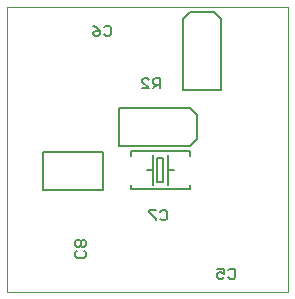
<source format=gbo>
G75*
%MOIN*%
%OFA0B0*%
%FSLAX24Y24*%
%IPPOS*%
%LPD*%
%AMOC8*
5,1,8,0,0,1.08239X$1,22.5*
%
%ADD10C,0.0000*%
%ADD11C,0.0060*%
%ADD12C,0.0050*%
D10*
X000535Y000300D02*
X000535Y009796D01*
X009905Y009796D01*
X009905Y000300D01*
X000535Y000300D01*
D11*
X002815Y001500D02*
X002815Y001614D01*
X002872Y001670D01*
X002872Y001812D02*
X002929Y001812D01*
X002985Y001868D01*
X002985Y001982D01*
X002929Y002039D01*
X002872Y002039D01*
X002815Y001982D01*
X002815Y001868D01*
X002872Y001812D01*
X002985Y001868D02*
X003042Y001812D01*
X003099Y001812D01*
X003155Y001868D01*
X003155Y001982D01*
X003099Y002039D01*
X003042Y002039D01*
X002985Y001982D01*
X003099Y001670D02*
X003155Y001614D01*
X003155Y001500D01*
X003099Y001443D01*
X002872Y001443D01*
X002815Y001500D01*
X005260Y002964D02*
X005487Y002737D01*
X005487Y002680D01*
X005628Y002737D02*
X005685Y002680D01*
X005798Y002680D01*
X005855Y002737D01*
X005855Y002964D01*
X005798Y003020D01*
X005685Y003020D01*
X005628Y002964D01*
X005487Y003020D02*
X005260Y003020D01*
X005260Y002964D01*
X007547Y001070D02*
X007773Y001070D01*
X007773Y000900D01*
X007660Y000957D01*
X007603Y000957D01*
X007547Y000900D01*
X007547Y000787D01*
X007603Y000730D01*
X007717Y000730D01*
X007773Y000787D01*
X007915Y000787D02*
X007972Y000730D01*
X008085Y000730D01*
X008142Y000787D01*
X008142Y001014D01*
X008085Y001070D01*
X007972Y001070D01*
X007915Y001014D01*
X005642Y007080D02*
X005642Y007420D01*
X005472Y007420D01*
X005415Y007364D01*
X005415Y007250D01*
X005472Y007193D01*
X005642Y007193D01*
X005528Y007193D02*
X005415Y007080D01*
X005273Y007080D02*
X005047Y007307D01*
X005047Y007364D01*
X005103Y007420D01*
X005217Y007420D01*
X005273Y007364D01*
X005273Y007080D02*
X005047Y007080D01*
X003935Y008830D02*
X003822Y008830D01*
X003765Y008887D01*
X003935Y008830D02*
X003992Y008887D01*
X003992Y009114D01*
X003935Y009170D01*
X003822Y009170D01*
X003765Y009114D01*
X003623Y009000D02*
X003623Y008887D01*
X003567Y008830D01*
X003453Y008830D01*
X003397Y008887D01*
X003397Y008943D01*
X003453Y009000D01*
X003623Y009000D01*
X003510Y009114D01*
X003397Y009170D01*
D12*
X004275Y006430D02*
X006637Y006430D01*
X006874Y006194D01*
X006874Y005406D01*
X006637Y005170D01*
X004275Y005170D01*
X004275Y006430D01*
X004651Y004980D02*
X006619Y004980D01*
X006619Y004822D01*
X006085Y004350D02*
X005885Y004350D01*
X005885Y003850D01*
X005735Y003950D02*
X005535Y003950D01*
X005535Y004750D01*
X005735Y004750D01*
X005735Y003950D01*
X005385Y003850D02*
X005385Y004350D01*
X005185Y004350D01*
X005385Y004350D02*
X005385Y004850D01*
X005885Y004850D02*
X005885Y004350D01*
X006619Y003878D02*
X006619Y003720D01*
X004651Y003720D01*
X004651Y003878D01*
X003735Y003700D02*
X003735Y004950D01*
X001735Y004950D01*
X001735Y003700D01*
X003735Y003700D01*
X004651Y004822D02*
X004651Y004980D01*
X006405Y007040D02*
X006405Y009402D01*
X006641Y009639D01*
X007429Y009639D01*
X007665Y009402D01*
X007665Y007040D01*
X006405Y007040D01*
M02*

</source>
